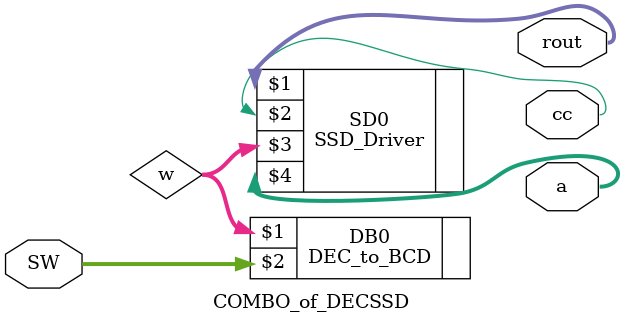
<source format=v>
`timescale 1ns / 1ps


module COMBO_of_DECSSD(rout, SW, cc, a);
//dimensions and sizes 
input [9:0] SW;
output [6:0] rout;
output cc;
output [6:0] a;  

//wires
wire [3:0] w;

//logic
DEC_to_BCD DB0(w, SW);
SSD_Driver SD0(rout, cc, w, a);

endmodule

</source>
